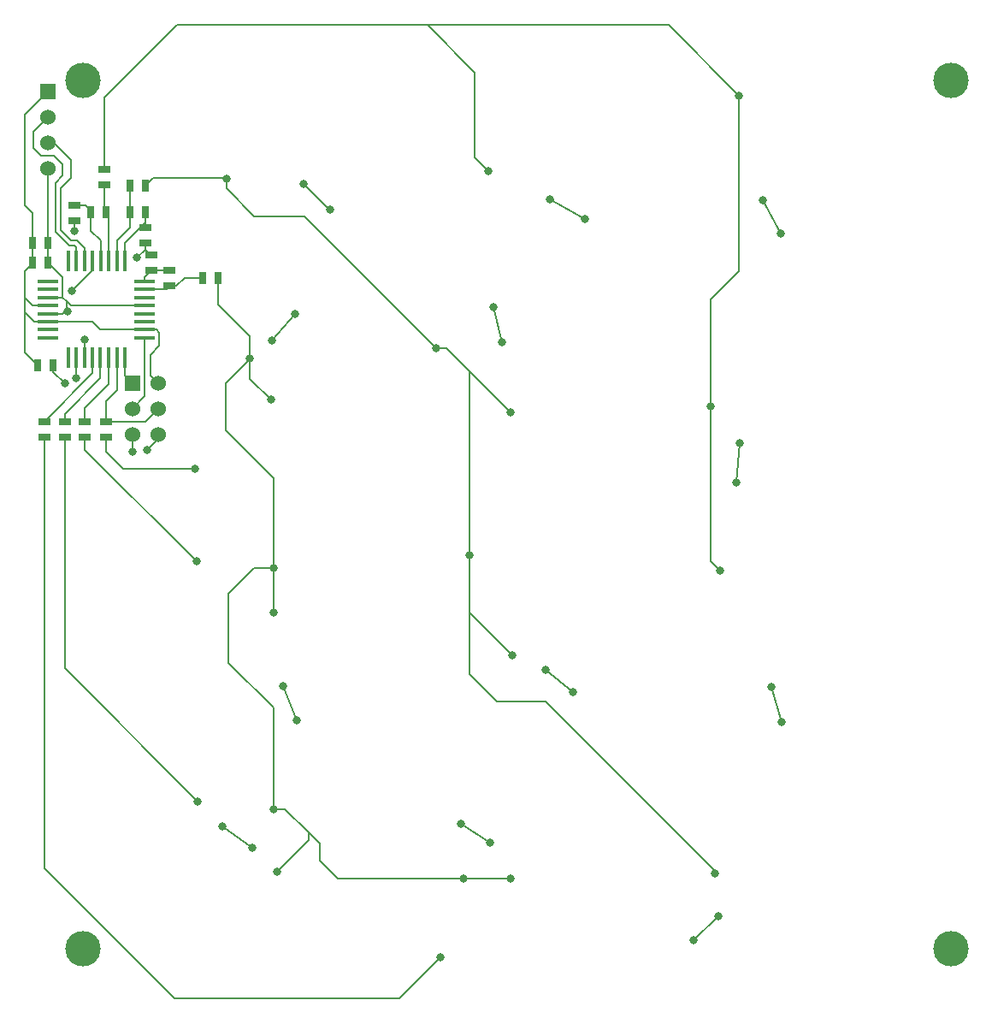
<source format=gtl>
G04 (created by PCBNEW-RS274X (2012-apr-16-27)-stable) date Mon 25 Nov 2013 08:11:39 PM CET*
G01*
G70*
G90*
%MOIN*%
G04 Gerber Fmt 3.4, Leading zero omitted, Abs format*
%FSLAX34Y34*%
G04 APERTURE LIST*
%ADD10C,0.006000*%
%ADD11R,0.078700X0.017700*%
%ADD12R,0.017700X0.078700*%
%ADD13R,0.060000X0.060000*%
%ADD14C,0.060000*%
%ADD15C,0.008000*%
%ADD16C,0.137800*%
%ADD17R,0.025000X0.045000*%
%ADD18R,0.045000X0.025000*%
%ADD19C,0.031500*%
%ADD20C,0.008000*%
G04 APERTURE END LIST*
G54D10*
G54D11*
X01416Y-12793D03*
X01416Y-12478D03*
X01416Y-12163D03*
X01416Y-11848D03*
X01416Y-11533D03*
X01416Y-11218D03*
X01416Y-10903D03*
X01416Y-10588D03*
X05182Y-10590D03*
X05182Y-12800D03*
X05182Y-12480D03*
X05182Y-12160D03*
X05182Y-11850D03*
X05182Y-11530D03*
X05182Y-11220D03*
X05182Y-10900D03*
G54D12*
X02200Y-09800D03*
X02514Y-09800D03*
X02830Y-09800D03*
X03144Y-09800D03*
X03460Y-09800D03*
X03774Y-09800D03*
X04090Y-09800D03*
X04404Y-09800D03*
X02202Y-13580D03*
X02512Y-13580D03*
X02832Y-13580D03*
X03142Y-13580D03*
X03452Y-13580D03*
X03772Y-13580D03*
X04092Y-13580D03*
X04412Y-13580D03*
G54D13*
X04700Y-14550D03*
G54D14*
X05700Y-14550D03*
X04700Y-15550D03*
X05700Y-15550D03*
X04700Y-16550D03*
X05700Y-16550D03*
G54D13*
X01400Y-03200D03*
G54D14*
X01400Y-04200D03*
X01400Y-05200D03*
X01400Y-06200D03*
G54D15*
X08363Y-06596D03*
X09283Y-13581D03*
X18582Y-06296D03*
G54D16*
X02756Y-02756D03*
X02756Y-36614D03*
X36614Y-02756D03*
X36614Y-36614D03*
G54D17*
X08050Y-10450D03*
X07450Y-10450D03*
G54D18*
X03615Y-06223D03*
X03615Y-06823D03*
X03672Y-16652D03*
X03672Y-16052D03*
X02851Y-16663D03*
X02851Y-16063D03*
X02059Y-16664D03*
X02059Y-16064D03*
X01267Y-16650D03*
X01267Y-16050D03*
X02440Y-07630D03*
X02440Y-08230D03*
X05200Y-08500D03*
X05200Y-09100D03*
X05440Y-10170D03*
X05440Y-09570D03*
G54D17*
X01610Y-13875D03*
X01010Y-13875D03*
X05200Y-06850D03*
X04600Y-06850D03*
X00800Y-09850D03*
X01400Y-09850D03*
X00800Y-09100D03*
X01400Y-09100D03*
G54D18*
X06155Y-10780D03*
X06155Y-10180D03*
G54D17*
X03687Y-07889D03*
X03087Y-07889D03*
X04614Y-07889D03*
X05214Y-07889D03*
G54D19*
X28240Y-18420D03*
X22325Y-08180D03*
X11375Y-06810D03*
X12420Y-07800D03*
X09385Y-32655D03*
X27530Y-35315D03*
X08210Y-31835D03*
X18635Y-32465D03*
X17500Y-31725D03*
X26585Y-36280D03*
X29595Y-26410D03*
X29990Y-27760D03*
X28380Y-16910D03*
X10580Y-26365D03*
X11100Y-27700D03*
X11040Y-11860D03*
X19105Y-12955D03*
X18780Y-11585D03*
X20800Y-25730D03*
X21880Y-26610D03*
X10150Y-12900D03*
X29285Y-07430D03*
X29960Y-08715D03*
X20985Y-07405D03*
X02160Y-11760D03*
X05275Y-17170D03*
X02495Y-14350D03*
X07200Y-21500D03*
X07250Y-30850D03*
X07150Y-17900D03*
X27600Y-21850D03*
X28350Y-03350D03*
X18582Y-06296D03*
X27250Y-15450D03*
X08363Y-06596D03*
X27400Y-33650D03*
X19450Y-15700D03*
X19500Y-25150D03*
X17850Y-21250D03*
X16550Y-13200D03*
X10200Y-31150D03*
X19450Y-33850D03*
X10350Y-33600D03*
X10200Y-23500D03*
X10100Y-15200D03*
X10200Y-21750D03*
X17600Y-33850D03*
X09283Y-13581D03*
X16710Y-36920D03*
X02065Y-14580D03*
X04705Y-17220D03*
X02340Y-10970D03*
X02455Y-08620D03*
X02850Y-12850D03*
X04880Y-09670D03*
G54D20*
X08210Y-31835D02*
X08210Y-31835D01*
X08210Y-31835D02*
X09385Y-32655D01*
X22325Y-08180D02*
X22325Y-08180D01*
X22325Y-08180D02*
X20985Y-07405D01*
X12420Y-07800D02*
X12365Y-07800D01*
X12365Y-07800D02*
X11375Y-06810D01*
X17500Y-31725D02*
X17500Y-31725D01*
X17500Y-31725D02*
X18635Y-32465D01*
X26585Y-36280D02*
X26585Y-36260D01*
X26585Y-36260D02*
X27530Y-35315D01*
X29990Y-27760D02*
X29990Y-27760D01*
X29990Y-27760D02*
X29595Y-26410D01*
X11100Y-27700D02*
X11100Y-27700D01*
X21880Y-26610D02*
X20800Y-25730D01*
X11040Y-11860D02*
X11040Y-11860D01*
X11040Y-11860D02*
X10150Y-12900D01*
X18780Y-11585D02*
X19105Y-12955D01*
X19105Y-12955D02*
X19105Y-12955D01*
X21880Y-26610D02*
X21880Y-26610D01*
X11100Y-27700D02*
X10580Y-26365D01*
X28240Y-18420D02*
X28380Y-16910D01*
X28380Y-16910D02*
X28380Y-16910D01*
X29960Y-08715D02*
X29960Y-08715D01*
X29960Y-08715D02*
X29285Y-07430D01*
X01982Y-11848D02*
X02070Y-11760D01*
X01983Y-10433D02*
X01400Y-09850D01*
X02125Y-11360D02*
X02125Y-11690D01*
X01967Y-11848D02*
X01416Y-11848D01*
X01983Y-11218D02*
X01983Y-10433D01*
X02125Y-11690D02*
X01967Y-11848D01*
X05182Y-11530D02*
X02295Y-11530D01*
X02495Y-14350D02*
X02512Y-14333D01*
X02125Y-11360D02*
X01983Y-11218D01*
X01400Y-09460D02*
X01400Y-09780D01*
X02295Y-11530D02*
X02125Y-11360D01*
X05700Y-16745D02*
X05700Y-16550D01*
X01400Y-06200D02*
X01400Y-09780D01*
X01400Y-08710D02*
X01400Y-09460D01*
X01400Y-09100D02*
X01400Y-09850D01*
X01967Y-11848D02*
X01982Y-11848D01*
X05275Y-17170D02*
X05700Y-16745D01*
X02070Y-11760D02*
X02160Y-11760D01*
X01983Y-11218D02*
X01416Y-11218D01*
X02512Y-14333D02*
X02512Y-13580D01*
X01400Y-09100D02*
X01400Y-06200D01*
X04412Y-14262D02*
X04700Y-14550D01*
X04412Y-13580D02*
X04412Y-14262D01*
X05198Y-16052D02*
X05700Y-15550D01*
X04092Y-13580D02*
X04092Y-14833D01*
X03672Y-16052D02*
X05198Y-16052D01*
X03672Y-15253D02*
X03672Y-16052D01*
X04092Y-14833D02*
X03672Y-15253D01*
X02851Y-17151D02*
X07200Y-21500D01*
X02851Y-16663D02*
X02851Y-17151D01*
X02059Y-25659D02*
X07250Y-30850D01*
X02059Y-16664D02*
X02059Y-25659D01*
X03672Y-17222D02*
X03672Y-16652D01*
X04350Y-17900D02*
X07150Y-17900D01*
X03672Y-17222D02*
X04350Y-17900D01*
X16200Y-00600D02*
X25600Y-00600D01*
X28350Y-03350D02*
X28350Y-10200D01*
X03615Y-03435D02*
X06450Y-00600D01*
X16200Y-00600D02*
X18050Y-02450D01*
X27250Y-11300D02*
X27250Y-15450D01*
X27250Y-15450D02*
X27250Y-21500D01*
X25600Y-00600D02*
X28350Y-03350D01*
X06450Y-00600D02*
X16200Y-00600D01*
X03615Y-06223D02*
X03615Y-03435D01*
X28350Y-10200D02*
X27250Y-11300D01*
X18050Y-05764D02*
X18582Y-06296D01*
X27250Y-21500D02*
X27600Y-21850D01*
X18050Y-02450D02*
X18050Y-05764D01*
X17850Y-14100D02*
X19450Y-15700D01*
X17850Y-23500D02*
X19500Y-25150D01*
X08363Y-06963D02*
X09450Y-08050D01*
X20800Y-26950D02*
X27400Y-33550D01*
X17850Y-25900D02*
X18900Y-26950D01*
X16950Y-13200D02*
X17850Y-14100D01*
X17850Y-21250D02*
X17850Y-23500D01*
X09450Y-08050D02*
X11400Y-08050D01*
X11400Y-08050D02*
X16550Y-13200D01*
X27400Y-33550D02*
X27400Y-33650D01*
X08317Y-06550D02*
X08363Y-06596D01*
X16550Y-13200D02*
X16950Y-13200D01*
X05500Y-06550D02*
X08317Y-06550D01*
X17850Y-14100D02*
X17850Y-21250D01*
X05200Y-06850D02*
X05500Y-06550D01*
X17850Y-23500D02*
X17850Y-25900D01*
X18900Y-26950D02*
X20800Y-26950D01*
X08363Y-06596D02*
X08363Y-06963D01*
X08450Y-25450D02*
X10200Y-27200D01*
X09283Y-13581D02*
X09283Y-12733D01*
X09283Y-12733D02*
X08050Y-11500D01*
X09283Y-13581D02*
X09283Y-14383D01*
X10200Y-23500D02*
X10200Y-21750D01*
X10200Y-27200D02*
X10200Y-31150D01*
X09283Y-13617D02*
X08350Y-14550D01*
X10650Y-31150D02*
X11575Y-32075D01*
X09283Y-13617D02*
X09283Y-13581D01*
X10200Y-31150D02*
X10650Y-31150D01*
X11575Y-32075D02*
X11575Y-32375D01*
X12700Y-33850D02*
X17600Y-33850D01*
X11575Y-32375D02*
X10350Y-33600D01*
X09450Y-21750D02*
X08450Y-22750D01*
X10200Y-21750D02*
X09450Y-21750D01*
X12000Y-32500D02*
X12000Y-33150D01*
X12000Y-33150D02*
X12700Y-33850D01*
X09283Y-14383D02*
X10100Y-15200D01*
X11575Y-32075D02*
X12000Y-32500D01*
X08350Y-16400D02*
X10200Y-18250D01*
X08050Y-10450D02*
X08050Y-11500D01*
X08350Y-14550D02*
X08350Y-16400D01*
X10200Y-18250D02*
X10200Y-21750D01*
X17600Y-33850D02*
X19450Y-33850D01*
X08450Y-22750D02*
X08450Y-25450D01*
X06340Y-38540D02*
X15090Y-38540D01*
X01267Y-33467D02*
X06340Y-38540D01*
X15090Y-38540D02*
X16710Y-36920D01*
X01267Y-16650D02*
X01267Y-33467D01*
X04700Y-17215D02*
X04700Y-16550D01*
X04705Y-17220D02*
X04700Y-17215D01*
X03144Y-09800D02*
X03144Y-10166D01*
X01610Y-14125D02*
X02065Y-14580D01*
X01610Y-13875D02*
X01610Y-14125D01*
X03144Y-10166D02*
X02340Y-10970D01*
X02830Y-09290D02*
X02530Y-08990D01*
X01650Y-05200D02*
X02300Y-05850D01*
X01900Y-06950D02*
X02300Y-06550D01*
X02300Y-05850D02*
X02300Y-06550D01*
X01900Y-08595D02*
X01900Y-06950D01*
X02530Y-08990D02*
X02295Y-08990D01*
X02295Y-08990D02*
X01900Y-08595D01*
X02830Y-09290D02*
X02830Y-09800D01*
X01400Y-05200D02*
X01650Y-05200D01*
X05182Y-12800D02*
X05182Y-15068D01*
X05182Y-15068D02*
X04700Y-15550D01*
X05440Y-09570D02*
X05420Y-09570D01*
X05200Y-09350D02*
X04880Y-09670D01*
X02850Y-12850D02*
X02832Y-12868D01*
X02832Y-12868D02*
X02832Y-13580D01*
X02440Y-08605D02*
X02455Y-08620D01*
X02440Y-08230D02*
X02440Y-08605D01*
X05420Y-09570D02*
X05200Y-09350D01*
X05200Y-09100D02*
X05200Y-09350D01*
X01400Y-04200D02*
X00850Y-04750D01*
X01971Y-06479D02*
X01971Y-06029D01*
X01642Y-05700D02*
X01150Y-05700D01*
X01700Y-08660D02*
X02245Y-09205D01*
X00850Y-05400D02*
X00850Y-04750D01*
X01971Y-06029D02*
X01642Y-05700D01*
X01700Y-06750D02*
X01971Y-06479D01*
X02455Y-09205D02*
X02514Y-09264D01*
X01150Y-05700D02*
X00850Y-05400D01*
X02514Y-09264D02*
X02514Y-09800D01*
X01700Y-06750D02*
X01700Y-08660D01*
X02245Y-09205D02*
X02455Y-09205D01*
X00500Y-11240D02*
X00500Y-11150D01*
X00800Y-09850D02*
X00800Y-09460D01*
X00510Y-10200D02*
X00800Y-09910D01*
X00700Y-12000D02*
X00863Y-12163D01*
X00513Y-11813D02*
X00500Y-11800D01*
X00500Y-11800D02*
X00500Y-11760D01*
X00800Y-08880D02*
X00800Y-09100D01*
X00800Y-09460D02*
X00800Y-09910D01*
X00500Y-10200D02*
X00510Y-10200D01*
X00500Y-07630D02*
X00500Y-04100D01*
X00800Y-09850D02*
X00800Y-09520D01*
X00700Y-12000D02*
X00513Y-11813D01*
X03138Y-12163D02*
X03455Y-12480D01*
X00800Y-09100D02*
X00800Y-08880D01*
X00863Y-12163D02*
X01416Y-12163D01*
X00500Y-11760D02*
X00500Y-11240D01*
X00800Y-09910D02*
X00800Y-07930D01*
X00500Y-11150D02*
X00500Y-10200D01*
X00800Y-08960D02*
X00800Y-09460D01*
X00793Y-11533D02*
X00500Y-11240D01*
X00500Y-13365D02*
X01010Y-13875D01*
X00800Y-07930D02*
X00500Y-07630D01*
X05630Y-12480D02*
X05182Y-12480D01*
X05700Y-14550D02*
X05400Y-14250D01*
X00800Y-08710D02*
X00800Y-08960D01*
X00800Y-09520D02*
X00800Y-09100D01*
X01400Y-03200D02*
X00500Y-04100D01*
X01416Y-12163D02*
X03138Y-12163D01*
X05750Y-12600D02*
X05630Y-12480D01*
X05750Y-13100D02*
X05750Y-12600D01*
X05400Y-14250D02*
X05400Y-13450D01*
X01416Y-11533D02*
X00793Y-11533D01*
X05400Y-13450D02*
X05750Y-13100D01*
X03455Y-12480D02*
X05182Y-12480D01*
X00500Y-11760D02*
X00500Y-13365D01*
X03142Y-13580D02*
X03142Y-14175D01*
X03142Y-14175D02*
X01267Y-16050D01*
X02059Y-16064D02*
X02059Y-15766D01*
X03452Y-14373D02*
X03452Y-13580D01*
X02059Y-15766D02*
X03452Y-14373D01*
X02851Y-16063D02*
X02851Y-15524D01*
X03772Y-14603D02*
X03772Y-13580D01*
X02851Y-15524D02*
X03772Y-14603D01*
X06420Y-10780D02*
X06155Y-10780D01*
X06035Y-10900D02*
X06155Y-10780D01*
X05182Y-10900D02*
X06035Y-10900D01*
X07450Y-10450D02*
X06750Y-10450D01*
X06420Y-10780D02*
X06750Y-10450D01*
X05440Y-10170D02*
X06145Y-10170D01*
X06145Y-10170D02*
X06155Y-10180D01*
X05182Y-10428D02*
X05440Y-10170D01*
X05182Y-10590D02*
X05182Y-10428D01*
X04090Y-09800D02*
X04090Y-09010D01*
X04614Y-08486D02*
X04614Y-07889D01*
X04090Y-09010D02*
X04614Y-08486D01*
X04614Y-06864D02*
X04600Y-06850D01*
X04614Y-07889D02*
X04614Y-06864D01*
X05200Y-08500D02*
X05200Y-08300D01*
X05200Y-08300D02*
X04404Y-09096D01*
X05214Y-07889D02*
X05214Y-08286D01*
X04404Y-09096D02*
X04404Y-09800D01*
X05214Y-08286D02*
X05200Y-08300D01*
X03774Y-07976D02*
X03687Y-07889D01*
X03615Y-07817D02*
X03687Y-07889D01*
X03774Y-09800D02*
X03774Y-07976D01*
X03615Y-06823D02*
X03615Y-07817D01*
X03087Y-07889D02*
X03087Y-07837D01*
X02880Y-07630D02*
X02440Y-07630D01*
X03087Y-07837D02*
X02880Y-07630D01*
X03076Y-07900D02*
X03087Y-07889D01*
X03460Y-09800D02*
X03460Y-09010D01*
X03087Y-08637D02*
X03087Y-07889D01*
X03460Y-09010D02*
X03087Y-08637D01*
M02*

</source>
